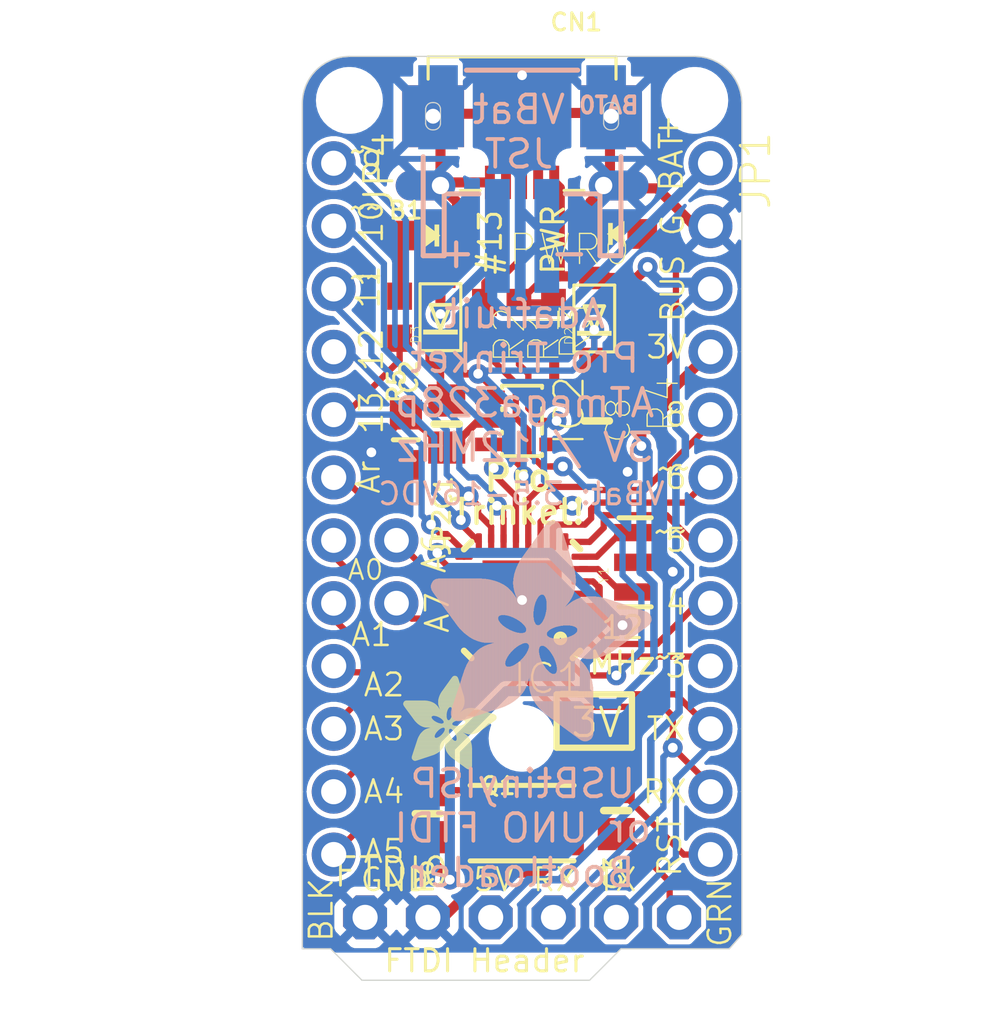
<source format=kicad_pcb>
(kicad_pcb (version 20221018) (generator pcbnew)
  (layers (0 "F.Cu" signal) (1 "In1.Cu" signal) (2 "In2.Cu" signal) (3 "In3.Cu" signal) (4 "In4.Cu" signal) (5 "In5.Cu" signal) (6 "In6.Cu" signal) (7 "In7.Cu" signal) (8 "In8.Cu" signal) (9 "In9.Cu" signal) (10 "In10.Cu" signal) (11 "In11.Cu" signal) (12 "In12.Cu" signal) (13 "In13.Cu" signal) (14 "In14.Cu" signal) (31 "B.Cu" signal) (34 "B.Paste" user) (35 "F.Paste" user) (36 "B.SilkS" user "B.Silkscreen") (37 "F.SilkS" user "F.Silkscreen") (38 "B.Mask" user) (39 "F.Mask" user) (44 "Edge.Cuts" user))
  (net 0 "")
  (net 1 "GND")
  (net 2 "+3V3")
  (net 3 "D+")
  (net 4 "D-")
  (net 5 "VBUS")
  (net 6 "N$6")
  (net 7 "VBAT")
  (net 8 "N$7")
  (net 9 "RESET")
  (net 10 "N$1")
  (net 11 "D10")
  (net 12 "D11")
  (net 13 "D12")
  (net 14 "D13")
  (net 15 "A0")
  (net 16 "A1")
  (net 17 "A2")
  (net 18 "A3")
  (net 19 "A4")
  (net 20 "A5")
  (net 21 "D3")
  (net 22 "D4")
  (net 23 "D7")
  (net 24 "D6")
  (net 25 "D5")
  (net 26 "TXD")
  (net 27 "RXD")
  (net 28 "A6")
  (net 29 "A7")
  (net 30 "D8")
  (net 31 "D9")
  (net 32 "AREF")
  (net 33 "N$2")
  (net 34 "N$3")
  (net 35 "DTR/RTS")
  (net 36 "D2")
  (footprint "working:SOT23-5L" (layer "F.Cu") (at 148.5011 101.0666 -90)
    (fp_text reference "IC2")
    (fp_text value "MIC5225-3.3v")
  )
  (footprint "working:SOD-123FL" (layer "F.Cu") (at 151.4221 96.9264 90)
    (fp_text reference "D2")
    (fp_text value "SCHOTTKY")
  )
  (footprint "working:1X02_ROUND" (layer "F.Cu") (at 143.4211 107.1626 -90)
    (fp_text reference "JP2")
    (fp_text value "")
  )
  (footprint "" (layer "F.Cu") (at 155.4861 88.1126)
    (fp_text reference "@HOLE1" hide)
    (fp_text value "")
  )
  (footprint "working:MLF32-TH" (layer "F.Cu") (at 148.5011 108.3056 180)
    (fp_text reference "IC1")
    (fp_text value "ATmega328P")
  )
  (footprint "working:FIDUCIAL_1MM" (layer "F.Cu") (at 152.9461 96.6216)
    (fp_text reference "U$1" hide)
    (fp_text value "FIDUCIAL" hide)
  )
  (footprint "working:_0805MP" (layer "F.Cu") (at 143.8021 101.8286 90)
    (fp_text reference "C2")
    (fp_text value "0.1uF")
  )
  (footprint "working:4UCONN_20329" (layer "F.Cu") (at 148.5011 90.6526 180)
    (fp_text reference "CN1")
    (fp_text value "")
    (fp_line (start -3.9 2.2) (end -3.9 1.6) (stroke (width 0.05)) (layer "Edge.Cuts"))
    (fp_line (start -3.3 1.6) (end -3.3 2.2) (stroke (width 0.05)) (layer "Edge.Cuts"))
    (fp_line (start 3.3 2.2) (end 3.3 1.6) (stroke (width 0.05)) (layer "Edge.Cuts"))
    (fp_line (start 3.9 1.6) (end 3.9 2.2) (stroke (width 0.05)) (layer "Edge.Cuts"))
    (fp_arc (start -3.9 1.6) (mid -3.801777 1.412868) (end -3.6 1.35) (stroke (width 0.05)) (layer "Edge.Cuts"))
    (fp_arc (start -3.6 1.35) (mid -3.398223 1.412868) (end -3.3 1.6) (stroke (width 0.05)) (layer "Edge.Cuts"))
    (fp_arc (start -3.6 2.45) (mid -3.801777 2.387132) (end -3.9 2.2) (stroke (width 0.05)) (layer "Edge.Cuts"))
    (fp_arc (start -3.3 2.2) (mid -3.398223 2.387132) (end -3.6 2.45) (stroke (width 0.05)) (layer "Edge.Cuts"))
    (fp_arc (start 3.3 1.6) (mid 3.398223 1.412868) (end 3.6 1.35) (stroke (width 0.05)) (layer "Edge.Cuts"))
    (fp_arc (start 3.6 1.35) (mid 3.801777 1.412868) (end 3.9 1.6) (stroke (width 0.05)) (layer "Edge.Cuts"))
    (fp_arc (start 3.6 2.45) (mid 3.398223 2.387132) (end 3.3 2.2) (stroke (width 0.05)) (layer "Edge.Cuts"))
    (fp_arc (start 3.9 2.2) (mid 3.801777 2.387132) (end 3.6 2.45) (stroke (width 0.05)) (layer "Edge.Cuts"))
  )
  (footprint "working:0603-NO" (layer "F.Cu") (at 149.7711 97.1296 -90)
    (fp_text reference "R3")
    (fp_text value "1.5K (0603)")
  )
  (footprint "working:0603-NO" (layer "F.Cu") (at 153.3271 100.0506 -90)
    (fp_text reference "R4")
    (fp_text value "470 (0603)")
  )
  (footprint "working:1X12-CB" (layer "F.Cu") (at 140.8811 104.6226 -90)
    (fp_text reference "JP4")
    (fp_text value "")
  )
  (footprint "working:RESONATOR-SMD" (layer "F.Cu") (at 153.0731 106.7816 90)
    (fp_text reference "Y1")
    (fp_text value "12MHz")
  )
  (footprint "working:FIDUCIAL_1MM" (layer "F.Cu") (at 148.5011 117.3226)
    (fp_text reference "U$6" hide)
    (fp_text value "FIDUCIAL" hide)
  )
  (footprint "working:ADAFRUIT_3.5MM" (layer "F.Cu") (at 143.6751 115.1636)
    (fp_text reference "U$7" hide)
    (fp_text value "" hide)
  )
  (footprint "working:0805-NO" (layer "F.Cu") (at 152.3111 116.8146 -90)
    (fp_text reference "C3")
    (fp_text value "0.1uF")
  )
  (footprint "working:CHIPLED_0805_NOOUTLINE" (layer "F.Cu") (at 152.3111 93.5101 90)
    (fp_text reference "PWR0")
    (fp_text value "green")
  )
  (footprint "" (layer "F.Cu") (at 148.5011 113.8936)
    (fp_text reference "@HOLE2" hide)
    (fp_text value "")
  )
  (footprint "working:BTN_KMR2_4.6X2.8" (layer "F.Cu") (at 148.5011 117.3226)
    (fp_text reference "Q1")
    (fp_text value "reset")
  )
  (footprint "working:0603-NO" (layer "F.Cu") (at 148.3741 97.1296 -90)
    (fp_text reference "R1")
    (fp_text value "68 (0603)")
  )
  (footprint "working:0805-NO" (layer "F.Cu") (at 145.4531 101.1936 -90)
    (fp_text reference "C1")
    (fp_text value "10uF")
  )
  (footprint "working:CHIPLED_0805_NOOUTLINE" (layer "F.Cu") (at 144.8181 93.5736 -90)
    (fp_text reference "B1")
    (fp_text value "red")
  )
  (footprint "working:SOD-123FL" (layer "F.Cu") (at 145.1991 96.8756 90)
    (fp_text reference "D3")
    (fp_text value "SCHOTTKY")
  )
  (footprint "" (layer "F.Cu") (at 141.5161 88.1126)
    (fp_text reference "@HOLE0" hide)
    (fp_text value "")
  )
  (footprint "working:0805-NO" (layer "F.Cu") (at 144.6911 116.9416 -90)
    (fp_text reference "R6")
    (fp_text value "10K (0603)")
  )
  (footprint "working:0603-NO" (layer "F.Cu") (at 143.5481 96.8756 -90)
    (fp_text reference "R5")
    (fp_text value "470 (0603)")
  )
  (footprint "working:1X12-CB" (layer "F.Cu") (at 156.1211 104.6226 -90)
    (fp_text reference "JP1")
    (fp_text value "")
  )
  (footprint "working:0805-NO" (layer "F.Cu") (at 151.5237 101.0666 -90)
    (fp_text reference "C8")
    (fp_text value "10uF")
  )
  (footprint "working:1X06-CLEANBIG" (layer "F.Cu") (at 148.5011 121.1326)
    (fp_text reference "FTDI0")
    (fp_text value "")
  )
  (footprint "working:0603-NO" (layer "F.Cu") (at 146.9771 97.1296 -90)
    (fp_text reference "R2")
    (fp_text value "68 (0603)")
  )
  (footprint "working:ADAFRUIT_9MM" (layer "B.Cu") (at 144.8181 114.0206 90)
    (fp_text reference "U$9" hide)
    (fp_text value "" hide)
  )
  (footprint "working:JSTPH2" (layer "B.Cu") (at 148.5011 89.8906 180)
    (fp_text reference "BAT0")
    (fp_text value "")
  )
  (gr_line (start 149.8981 114.2746) (end 152.9461 114.2746) (stroke (width 0.254)) (layer "F.SilkS"))
  (gr_line (start 152.9461 112.1156) (end 149.8981 112.1156) (stroke (width 0.254)) (layer "F.SilkS"))
  (gr_line (start 152.9461 114.2746) (end 152.9461 112.1156) (stroke (width 0.254)) (layer "F.SilkS"))
  (gr_line (start 149.8981 112.1156) (end 149.8981 114.2746) (stroke (width 0.254)) (layer "F.SilkS"))
  (gr_line (start 140.7541 122.4026) (end 142.0241 123.6726) (stroke (width 0.05)) (layer "Edge.Cuts"))
  (gr_line (start 156.8831 122.4026) (end 157.3911 121.8311) (stroke (width 0.05)) (layer "Edge.Cuts"))
  (gr_line (start 142.0241 123.6726) (end 151.2316 123.6726) (stroke (width 0.05)) (layer "Edge.Cuts"))
  (gr_line (start 139.6111 88.2396) (end 139.6111 122.4026) (stroke (width 0.05)) (layer "Edge.Cuts"))
  (gr_arc (start 155.4861 86.3346) (mid 156.833138 86.892562) (end 157.3911 88.2396) (stroke (width 0.05)) (layer "Edge.Cuts"))
  (gr_line (start 139.6111 122.4026) (end 140.7541 122.4026) (stroke (width 0.05)) (layer "Edge.Cuts"))
  (gr_line (start 152.5016 122.4026) (end 156.8831 122.4026) (stroke (width 0.05)) (layer "Edge.Cuts"))
  (gr_line (start 155.4861 86.3346) (end 141.5161 86.3346) (stroke (width 0.05)) (layer "Edge.Cuts"))
  (gr_line (start 151.2316 123.6726) (end 152.5016 122.4026) (stroke (width 0.05)) (layer "Edge.Cuts"))
  (gr_line (start 157.3911 121.8311) (end 157.3911 88.2396) (stroke (width 0.05)) (layer "Edge.Cuts"))
  (gr_arc (start 139.6111 88.2396) (mid 140.169062 86.892562) (end 141.5161 86.3346) (stroke (width 0.05)) (layer "Edge.Cuts"))
  (gr_text "USBtinyISP\nor UNO FTDI\nBootloader" (at 148.5265 117.5258) (layer "B.SilkS") (effects (font (size 1.1176 1.1176) (thickness 0.1524)) (justify mirror)))
  (gr_text "VBat: 3.5-16VDC" (at 148.4757 104.013) (layer "B.SilkS") (effects (font (size 0.89408 0.89408) (thickness 0.12192)) (justify mirror)))
  (gr_text "-" (at 151.2951 94.9706) (layer "B.SilkS") (effects (font (size 1.251712 1.251712) (thickness 0.170688)) (justify left bottom mirror)))
  (gr_text "VBat\nJST" (at 148.3741 89.3826) (layer "B.SilkS") (effects (font (size 1.1176 1.1176) (thickness 0.1524)) (justify mirror)))
  (gr_text "+" (at 146.7231 94.9706) (layer "B.SilkS") (effects (font (size 1.251712 1.251712) (thickness 0.170688)) (justify left bottom mirror)))
  (gr_text "Adafruit\nPro Trinket\nATmega328p\n3V / 12MHz" (at 148.6027 99.441) (layer "B.SilkS") (effects (font (size 1.1176 1.1176) (thickness 0.1524)) (justify mirror)))
  (gr_text "A5" (at 142.0241 118.4656) (layer "F.SilkS") (effects (font (size 0.9144 0.9144) (thickness 0.1016)) (justify left)))
  (gr_text "+" (at 155.0543 89.154) (layer "F.SilkS") (effects (font (size 0.9144 0.9144) (thickness 0.1016)) (justify right)))
  (gr_text "BAT" (at 154.5336 91.8591 90) (layer "F.SilkS") (effects (font (size 0.9144 0.9144) (thickness 0.1016)) (justify left)))
  (gr_text "TX" (at 155.1686 113.5126) (layer "F.SilkS") (effects (font (size 0.9144 0.9144) (thickness 0.1016)) (justify right)))
  (gr_text "BLK" (at 140.3731 119.4816 90) (layer "F.SilkS") (effects (font (size 0.9144 0.9144) (thickness 0.1016)) (justify right)))
  (gr_text "3V" (at 153.4541 98.0821) (layer "F.SilkS") (effects (font (size 0.9144 0.9144) (thickness 0.1016)) (justify left)))
  (gr_text "3V" (at 150.4061 113.2586) (layer "F.SilkS") (effects (font (size 1.143 1.143) (thickness 0.127)) (justify left)))
  (gr_text "A4" (at 142.0241 116.0526) (layer "F.SilkS") (effects (font (size 0.9144 0.9144) (thickness 0.1016)) (justify left)))
  (gr_text "4" (at 155.2321 108.4326) (layer "F.SilkS") (effects (font (size 0.9144 0.9144) (thickness 0.1016)) (justify right)))
  (gr_text "Trinket!" (at 148.3487 104.7496) (layer "F.SilkS") (effects (font (size 0.97155 0.97155) (thickness 0.17145))))
  (gr_text "~~" (at 142.9131 90.1446) (layer "F.SilkS") (effects (font (size 0.9144 0.9144) (thickness 0.1016)) (justify right)))
  (gr_text "RST" (at 154.4701 116.9416 90) (layer "F.SilkS") (effects (font (size 0.9144 0.9144) (thickness 0.1016)) (justify right)))
  (gr_text "11" (at 142.2781 94.7166 90) (layer "F.SilkS") (effects (font (size 0.9144 0.9144) (thickness 0.1016)) (justify right)))
  (gr_text "5" (at 155.2321 105.8926) (layer "F.SilkS") (effects (font (size 0.9144 0.9144) (thickness 0.1016)) (justify right)))
  (gr_text "3" (at 155.2321 110.9726) (layer "F.SilkS") (effects (font (size 0.9144 0.9144) (thickness 0.1016)) (justify right)))
  (gr_text "13" (at 142.4051 99.7966 90) (layer "F.SilkS") (effects (font (size 0.9144 0.9144) (thickness 0.1016)) (justify right)))
  (gr_text "Pro" (at 148.3487 103.3526) (layer "F.SilkS") (effects (font (size 1.0795 1.0795) (thickness 0.1905))))
  (gr_text "A7" (at 145.0721 109.7026 90) (layer "F.SilkS") (effects (font (size 0.9144 0.9144) (thickness 0.1016)) (justify left)))
  (gr_text "G" (at 154.5971 92.6211 90) (layer "F.SilkS") (effects (font (size 0.9144 0.9144) (thickness 0.1016)) (justify right)))
  (gr_text "GRN" (at 156.5021 119.4816 90) (layer "F.SilkS") (effects (font (size 0.9144 0.9144) (thickness 0.1016)) (justify right)))
  (gr_text "6" (at 155.2321 103.3526) (layer "F.SilkS") (effects (font (size 0.9144 0.9144) (thickness 0.1016)) (justify right)))
  (gr_text "A1" (at 141.5161 109.7026) (layer "F.SilkS") (effects (font (size 0.9144 0.9144) (thickness 0.1016)) (justify left)))
  (gr_text "GND" (at 144.8181 119.6086) (layer "F.SilkS") (effects (font (size 0.9144 0.9144) (thickness 0.1016)) (justify right)))
  (gr_text "~~" (at 142.9131 92.4306) (layer "F.SilkS") (effects (font (size 0.9144 0.9144) (thickness 0.1016)) (justify right)))
  (gr_text "PWR" (at 150.2791 95.2246 90) (layer "F.SilkS") (effects (font (size 0.89408 0.89408) (thickness 0.12192)) (justify left bottom)))
  (gr_text "A2" (at 142.0241 111.7346) (layer "F.SilkS") (effects (font (size 0.9144 0.9144) (thickness 0.1016)) (justify left)))
  (gr_text "8" (at 155.2321 100.8126) (layer "F.SilkS") (effects (font (size 0.9144 0.9144) (thickness 0.1016)) (justify right)))
  (gr_text "12" (at 142.4051 97.2566 90) (layer "F.SilkS") (effects (font (size 0.9144 0.9144) (thickness 0.1016)) (justify right)))
  (gr_text "~~" (at 155.2321 110.5916) (layer "F.SilkS") (effects (font (size 0.9144 0.9144) (thickness 0.1016)) (justify right)))
  (gr_text "RX" (at 150.7871 119.6086) (layer "F.SilkS") (effects (font (size 0.9144 0.9144) (thickness 0.1016)) (justify right)))
  (gr_text "~~" (at 155.2321 105.5116) (layer "F.SilkS") (effects (font (size 0.9144 0.9144) (thickness 0.1016)) (justify right)))
  (gr_text "~~" (at 155.3591 102.9716) (layer "F.SilkS") (effects (font (size 0.9144 0.9144) (thickness 0.1016)) (justify right)))
  (gr_text "A3" (at 142.0241 113.5126) (layer "F.SilkS") (effects (font (size 0.9144 0.9144) (thickness 0.1016)) (justify left)))
  (gr_text "12\nMHz" (at 152.5651 110.1344) (layer "F.SilkS") (effects (font (size 0.89408 0.89408) (thickness 0.12192))))
  (gr_text "RX" (at 155.2321 116.0526) (layer "F.SilkS") (effects (font (size 0.9144 0.9144) (thickness 0.1016)) (justify right)))
  (gr_text "~~" (at 142.9131 95.2246) (layer "F.SilkS") (effects (font (size 0.9144 0.9144) (thickness 0.1016)) (justify right)))
  (gr_text "A6" (at 144.9451 107.2896 90) (layer "F.SilkS") (effects (font (size 0.9144 0.9144) (thickness 0.1016)) (justify left)))
  (gr_text "10" (at 142.4051 93.9546 90) (layer "F.SilkS") (effects (font (size 0.9144 0.9144) (thickness 0.1016)) (justify left)))
  (gr_text "9" (at 142.9131 90.6526) (layer "F.SilkS") (effects (font (size 0.9144 0.9144) (thickness 0.1016)) (justify right)))
  (gr_text "A0" (at 141.3891 107.0864) (layer "F.SilkS") (effects (font (size 0.8001 0.8001) (thickness 0.0889)) (justify left)))
  (gr_text "BUS" (at 154.5971 94.2721 90) (layer "F.SilkS") (effects (font (size 0.9144 0.9144) (thickness 0.1016)) (justify right)))
  (gr_text "#13" (at 147.7391 95.2246 90) (layer "F.SilkS") (effects (font (size 0.89408 0.89408) (thickness 0.12192)) (justify left bottom)))
  (gr_text "5V" (at 148.2471 119.6086) (layer "F.SilkS") (effects (font (size 0.9144 0.9144) (thickness 0.1016)) (justify right)))
  (gr_text "FTDI Header" (at 146.9771 122.8852) (layer "F.SilkS") (effects (font (size 0.89408 0.89408) (thickness 0.12192))))
  (gr_text "TX" (at 153.2001 119.6086) (layer "F.SilkS") (effects (font (size 0.9144 0.9144) (thickness 0.1016)) (justify right)))
  (gr_text "Ar" (at 142.2781 102.5906 90) (layer "F.SilkS") (effects (font (size 0.9144 0.9144) (thickness 0.1016)) (justify right)))
  (segment (start 145.2011 89.0036) (end 145.0721 88.8746) (width 0.4064) (layer "F.Cu") (net 1))
  (segment (start 153.0731 106.7816) (end 154.2161 106.7816) (width 0.4064) (layer "F.Cu") (net 1))
  (segment (start 151.2611 92.2196) (end 151.8011 91.6796) (width 0.4064) (layer "F.Cu") (net 1))
  (segment (start 145.0721 88.8746) (end 145.2941 88.6526) (width 0.4064) (layer "F.Cu") (net 1))
  (segment (start 151.5237 102.0166) (end 152.6311 103.124) (width 0.4064) (layer "F.Cu") (net 1))
  (segment (start 148.484013 88.6526) (end 147.7511 88.6526) (width 0.4064) (layer "F.Cu") (net 1))
  (segment (start 145.8681 93.5736) (end 145.8681 92.2196) (width 0.4064) (layer "F.Cu") (net 1))
  (segment (start 148.5011 88.669688) (end 148.5011 87.0966) (width 0.4064) (layer "F.Cu") (net 1))
  (segment (start 149.2511 109.0556) (end 148.5011 108.3056) (width 0.3048) (layer "F.Cu") (net 1))
  (segment (start 156.1211 93.1926) (end 155.4861 93.1926) (width 0.4064) (layer "F.Cu") (net 1))
  (segment (start 148.7511 108.0556) (end 148.5011 108.3056) (width 0.3048) (layer "F.Cu") (net 1))
  (segment (start 146.4511 120.0076) (end 146.4511 119.3726) (width 0.4064) (layer "F.Cu") (net 1))
  (segment (start 151.8011 91.6796) (end 151.8011 91.5526) (width 0.4064) (layer "F.Cu") (net 1))
  (segment (start 151.2611 93.5101) (end 151.2611 92.2196) (width 0.4064) (layer "F.Cu") (net 1))
  (segment (start 148.942353 88.6526) (end 148.974353 88.6206) (width 0.4064) (layer "F.Cu") (net 1))
  (segment (start 145.2941 88.6526) (end 147.7511 88.6526) (width 0.4064) (layer "F.Cu") (net 1))
  (segment (start 148.484013 88.6526) (end 148.5011 88.669688) (width 0.4064) (layer "F.Cu") (net 1))
  (segment (start 150.8511 109.0556) (end 149.2511 109.0556) (width 0.254) (layer "F.Cu") (net 1))
  (segment (start 152.0571 91.2966) (end 152.0571 88.6206) (width 0.4064) (layer "F.Cu") (net 1))
  (segment (start 148.974353 88.6206) (end 152.0571 88.6206) (width 0.4064) (layer "F.Cu") (net 1))
  (segment (start 145.9611 101.8286) (end 145.7681 101.8286) (width 0.3048) (layer "F.Cu") (net 1))
  (segment (start 143.8021 100.8126) (end 142.4051 102.3366) (width 0.3048) (layer "F.Cu") (net 1))
  (segment (start 145.7681 101.8286) (end 145.4531 102.1436) (width 0.3048) (layer "F.Cu") (net 1))
  (segment (start 148.2511 108.5556) (end 148.5011 108.3056) (width 0.3048) (layer "F.Cu") (net 1))
  (segment (start 150.8511 108.0556) (end 148.7511 108.0556) (width 0.254) (layer "F.Cu") (net 1))
  (segment (start 146.7231 101.0666) (end 145.9611 101.8286) (width 0.3048) (layer "F.Cu") (net 1))
  (segment (start 145.3261 91.4276) (end 145.2011 91.5526) (width 0.4064) (layer "F.Cu") (net 1))
  (segment (start 149.3011 119.3726) (end 146.4511 119.3726) (width 0.3048) (layer "F.Cu") (net 1))
  (segment (start 151.8011 91.5526) (end 152.0571 91.2966) (width 0.4064) (layer "F.Cu") (net 1))
  (segment (start 145.3921 102.0826) (end 145.4531 102.1436) (width 0.3048) (layer "F.Cu") (net 1))
  (segment (start 145.0721 88.8746) (end 144.9451 88.7476) (width 0.4064) (layer "F.Cu") (net 1))
  (segment (start 152.6311 103.124) (end 152.7683 103.124) (width 0.4064) (layer "F.Cu") (net 1))
  (segment (start 153.9621 91.6686) (end 151.9171 91.6686) (width 0.4064) (layer "F.Cu") (net 1))
  (segment (start 151.9171 91.6686) (end 151.8011 91.5526) (width 0.4064) (layer "F.Cu") (net 1))
  (segment (start 145.8681 92.2196) (end 145.2011 91.5526) (width 0.4064) (layer "F.Cu") (net 1))
  (segment (start 155.4861 93.1926) (end 153.9621 91.6686) (width 0.4064) (layer "F.Cu") (net 1))
  (segment (start 143.8021 100.8126) (end 145.3921 102.0826) (width 0.3048) (layer "F.Cu") (net 1))
  (segment (start 148.942353 88.6526) (end 148.484013 88.6526) (width 0.4064) (layer "F.Cu") (net 1))
  (segment (start 147.2011 91.4276) (end 145.3261 91.4276) (width 0.4064) (layer "F.Cu") (net 1))
  (segment (start 144.6911 121.1326) (end 145.3261 121.1326) (width 0.4064) (layer "F.Cu") (net 1))
  (segment (start 145.2011 91.5526) (end 145.2011 89.0036) (width 0.4064) (layer "F.Cu") (net 1))
  (segment (start 150.5511 118.1226) (end 149.3011 119.3726) (width 0.3048) (layer "F.Cu") (net 1))
  (segment (start 147.2011 101.0666) (end 146.7231 101.0666) (width 0.3048) (layer "F.Cu") (net 1))
  (segment (start 146.4511 118.1226) (end 146.4511 119.3726) (width 0.4064) (layer "F.Cu") (net 1))
  (segment (start 154.2161 106.7816) (end 154.5971 107.1626) (width 0.4064) (layer "F.Cu") (net 1))
  (segment (start 146.1511 108.5556) (end 148.2511 108.5556) (width 0.254) (layer "F.Cu") (net 1))
  (segment (start 145.3261 121.1326) (end 146.4511 120.0076) (width 0.4064) (layer "F.Cu") (net 1))
  (segment (start 149.2511 88.6526) (end 148.942353 88.6526) (width 0.4064) (layer "F.Cu") (net 1))
  (via (at 148.5011 108.3056) (size 0.8001) (drill 0.3937) (layers "F.Cu" "B.Cu") (net 1))
  (via (at 148.5011 87.0966) (size 0.8001) (drill 0.3937) (layers "F.Cu" "B.Cu") (net 1))
  (via (at 142.4051 102.3366) (size 0.8001) (drill 0.3937) (layers "F.Cu" "B.Cu") (net 1))
  (via (at 152.7683 103.124) (size 0.8001) (drill 0.3937) (layers "F.Cu" "B.Cu") (net 1))
  (via (at 154.5971 107.1626) (size 0.8001) (drill 0.3937) (layers "F.Cu" "B.Cu") (net 1))
  (segment (start 144.6911 118.7196) (end 145.5801 119.6086) (width 0.4064) (layer "F.Cu") (net 2))
  (segment (start 145.0721 106.5276) (end 145.0721 106.4006) (width 0.3048) (layer "F.Cu") (net 2))
  (segment (start 151.5237 100.1166) (end 151.7421 100.1166) (width 0.4064) (layer "F.Cu") (net 2))
  (segment (start 149.8981 100.0196) (end 149.8011 100.1166) (width 0.4064) (layer "F.Cu") (net 2))
  (segment (start 152.8191 101.1936) (end 153.2391 101.1936) (width 0.4064) (layer "F.Cu") (net 2))
  (segment (start 154.4701 100.3046) (end 153.8741 100.9006) (width 0.4064) (layer "F.Cu") (net 2))
  (segment (start 144.6911 117.8916) (end 144.6911 118.7196) (width 0.4064) (layer "F.Cu") (net 2))
  (segment (start 153.8741 100.9006) (end 153.3271 100.9006) (width 0.4064) (layer "F.Cu") (net 2))
  (segment (start 153.3271 100.9006) (end 153.2391 100.9886) (width 0.4064) (layer "F.Cu") (net 2))
  (segment (start 146.1511 107.0556) (end 145.6001 107.0556) (width 0.254) (layer "F.Cu") (net 2))
  (segment (start 145.6001 107.0556) (end 145.0721 106.5276) (width 0.254) (layer "F.Cu") (net 2))
  (segment (start 149.8011 100.1166) (end 151.5237 100.1166) (width 0.4064) (layer "F.Cu") (net 2))
  (segment (start 149.8011 98.0096) (end 149.8011 100.1166) (width 0.4064) (layer "F.Cu") (net 2))
  (segment (start 151.3706 107.5556) (end 151.6126 107.7976) (width 0.254) (layer "F.Cu") (net 2))
  (segment (start 152.1841 109.3216) (end 152.5651 109.3216) (width 0.3048) (layer "F.Cu") (net 2))
  (segment (start 151.4181 108.5556) (end 151.4221 108.5596) (width 0.254) (layer "F.Cu") (net 2))
  (segment (start 150.8511 108.5556) (end 151.4181 108.5556) (width 0.254) (layer "F.Cu") (net 2))
  (segment (start 151.4221 108.5596) (end 152.1841 109.3216) (width 0.3048) (layer "F.Cu") (net 2))
  (segment (start 151.6126 108.3691) (end 151.4221 108.5596) (width 0.3048) (layer "F.Cu") (net 2))
  (segment (start 150.8511 107.5556) (end 151.3706 107.5556) (width 0.254) (layer "F.Cu") (net 2))
  (segment (start 156.1211 98.2726) (end 154.4701 99.9236) (width 0.4064) (layer "F.Cu") (net 2))
  (segment (start 151.6126 107.7976) (end 151.6126 108.3691) (width 0.3048) (layer "F.Cu") (net 2))
  (segment (start 149.7711 97.9796) (end 149.8011 98.0096) (width 0.4064) (layer "F.Cu") (net 2))
  (segment (start 151.7421 100.1166) (end 152.8191 101.1936) (width 0.4064) (layer "F.Cu") (net 2))
  (segment (start 153.3271 100.9006) (end 153.3271 102.0826) (width 0.4064) (layer "F.Cu") (net 2))
  (segment (start 154.4701 99.9236) (end 154.4701 100.3046) (width 0.4064) (layer "F.Cu") (net 2))
  (segment (start 153.2391 100.9886) (end 153.2391 101.1936) (width 0.4064) (layer "F.Cu") (net 2))
  (via (at 153.3271 102.0826) (size 0.8001) (drill 0.3937) (layers "F.Cu" "B.Cu") (net 2))
  (via (at 145.0721 106.4006) (size 0.8001) (drill 0.3937) (layers "F.Cu" "B.Cu") (net 2))
  (via (at 145.5801 119.6086) (size 0.8001) (drill 0.3937) (layers "F.Cu" "B.Cu") (net 2))
  (via (at 152.5651 109.3216) (size 0.8001) (drill 0.3937) (layers "F.Cu" "B.Cu") (net 2))
  (segment (start 151.5491 112.4966) (end 152.3111 112.4966) (width 0.4064) (layer "B.Cu") (net 2))
  (segment (start 147.8661 111.9886) (end 151.0411 111.9886) (width 0.4064) (layer "B.Cu") (net 2))
  (segment (start 151.0411 110.8456) (end 151.0411 111.9886) (width 0.4064) (layer "B.Cu") (net 2))
  (segment (start 153.8351 107.6706) (end 153.8351 110.9726) (width 0.3048) (layer "B.Cu") (net 2))
  (segment (start 153.5811 103.6066) (end 153.5811 102.3366) (width 0.4064) (layer "B.Cu") (net 2))
  (segment (start 152.5651 109.3216) (end 151.0411 110.8456) (width 0.4064) (layer "B.Cu") (net 2))
  (segment (start 151.0411 111.9886) (end 151.5491 112.4966) (width 0.4064) (layer "B.Cu") (net 2))
  (segment (start 145.0721 106.4006) (end 149.6441 106.4006) (width 0.4064) (layer "B.Cu") (net 2))
  (segment (start 149.6441 106.4006) (end 152.5651 109.3216) (width 0.4064) (layer "B.Cu") (net 2))
  (segment (start 153.8351 107.6706) (end 153.3271 107.1626) (width 0.3048) (layer "B.Cu") (net 2))
  (segment (start 145.5801 114.2746) (end 145.5801 119.6086) (width 0.4064) (layer "B.Cu") (net 2))
  (segment (start 153.3271 107.1626) (end 153.3271 103.8606) (width 0.4064) (layer "B.Cu") (net 2))
  (segment (start 147.8661 111.9886) (end 145.5801 114.2746) (width 0.4064) (layer "B.Cu") (net 2))
  (segment (start 153.5811 102.3366) (end 153.3271 102.0826) (width 0.4064) (layer "B.Cu") (net 2))
  (segment (start 153.8351 110.9726) (end 152.3111 112.4966) (width 0.3048) (layer "B.Cu") (net 2))
  (segment (start 153.3271 103.8606) (end 153.5811 103.6066) (width 0.4064) (layer "B.Cu") (net 2))
  (segment (start 148.5011 94.4626) (end 148.5011 91.4276) (width 0.254) (layer "F.Cu") (net 3))
  (segment (start 147.7391 95.2246) (end 147.2311 95.2246) (width 0.254) (layer "F.Cu") (net 3))
  (segment (start 146.9771 95.4786) (end 146.9771 96.2796) (width 0.254) (layer "F.Cu") (net 3))
  (segment (start 147.7391 95.2246) (end 148.5011 94.4626) (width 0.254) (layer "F.Cu") (net 3))
  (segment (start 147.2311 95.2246) (end 146.9771 95.4786) (width 0.254) (layer "F.Cu") (net 3))
  (segment (start 149.1361 95.5176) (end 149.1361 93.1926) (width 0.254) (layer "F.Cu") (net 4))
  (segment (start 149.1511 92.8266) (end 149.1511 91.4276) (width 0.254) (layer "F.Cu") (net 4))
  (segment (start 149.1361 93.1926) (end 149.1511 92.8266) (width 0.254) (layer "F.Cu") (net 4))
  (segment (start 148.3741 96.2796) (end 149.7711 96.2796) (width 0.254) (layer "F.Cu") (net 4))
  (segment (start 148.3741 96.2796) (end 149.1361 95.5176) (width 0.254) (layer "F.Cu") (net 4))
  (segment (start 150.0251 91.6516) (end 149.8011 91.4276) (width 0.4064) (layer "F.Cu") (net 5))
  (segment (start 150.0251 95.2246) (end 150.0251 91.6516) (width 0.4064) (layer "F.Cu") (net 5))
  (segment (start 151.3578 95.2246) (end 151.4221 95.2889) (width 0.4064) (layer "F.Cu") (net 5))
  (segment (start 150.0251 95.2246) (end 151.3578 95.2246) (width 0.4064) (layer "F.Cu") (net 5))
  (segment (start 151.4221 95.2889) (end 153.1374 95.2889) (width 0.4064) (layer "F.Cu") (net 5))
  (segment (start 153.1374 95.2889) (end 153.5811 94.8436) (width 0.4064) (layer "F.Cu") (net 5))
  (via (at 153.5811 94.8436) (size 0.8001) (drill 0.3937) (layers "F.Cu" "B.Cu") (net 5))
  (segment (start 147.2311 121.1326) (end 148.7551 119.6086) (width 0.3048) (layer "B.Cu") (net 5))
  (segment (start 155.1051 101.7016) (end 154.7241 101.3206) (width 0.3048) (layer "B.Cu") (net 5))
  (segment (start 154.7241 96.7486) (end 155.5496 95.9231) (width 0.3048) (layer "B.Cu") (net 5))
  (segment (start 153.7081 113.9571) (end 154.8511 112.8141) (width 0.3048) (layer "B.Cu") (net 5))
  (segment (start 154.7241 101.3206) (end 154.7241 96.7486) (width 0.3048) (layer "B.Cu") (net 5))
  (segment (start 150.0251 119.6086) (end 153.7081 115.9256) (width 0.3048) (layer "B.Cu") (net 5))
  (segment (start 154.8511 107.9881) (end 155.3591 107.4801) (width 0.2032) (layer "B.Cu") (net 5))
  (segment (start 154.7241 102.8446) (end 155.1051 102.4636) (width 0.3048) (layer "B.Cu") (net 5))
  (segment (start 154.8511 112.8141) (end 154.8511 107.9881) (width 0.3048) (layer "B.Cu") (net 5))
  (segment (start 153.7081 115.9256) (end 153.7081 113.9571) (width 0.3048) (layer "B.Cu") (net 5))
  (segment (start 155.3591 106.9086) (end 154.7241 106.2736) (width 0.2032) (layer "B.Cu") (net 5))
  (segment (start 155.8671 95.4786) (end 156.1211 95.7326) (width 0.4064) (layer "B.Cu") (net 5))
  (segment (start 153.5811 94.9706) (end 154.0891 95.4786) (width 0.4064) (layer "B.Cu") (net 5))
  (segment (start 148.7551 119.6086) (end 150.0251 119.6086) (width 0.3048) (layer "B.Cu") (net 5))
  (segment (start 154.0891 95.4786) (end 155.8671 95.4786) (width 0.4064) (layer "B.Cu") (net 5))
  (segment (start 153.5811 94.8436) (end 153.5811 94.9706) (width 0.4064) (layer "B.Cu") (net 5))
  (segment (start 155.5496 95.9231) (end 155.9306 95.9231) (width 0.3048) (layer "B.Cu") (net 5))
  (segment (start 155.9306 95.9231) (end 156.1211 95.7326) (width 0.3048) (layer "B.Cu") (net 5))
  (segment (start 155.1051 102.4636) (end 155.1051 101.7016) (width 0.3048) (layer "B.Cu") (net 5))
  (segment (start 155.3591 107.4801) (end 155.3591 106.9086) (width 0.2032) (layer "B.Cu") (net 5))
  (segment (start 154.7241 106.2736) (end 154.7241 102.8446) (width 0.3048) (layer "B.Cu") (net 5))
  (segment (start 154.7241 98.2726) (end 153.7961 99.2006) (width 0.254) (layer "F.Cu") (net 6))
  (segment (start 153.7961 99.2006) (end 153.3271 99.2006) (width 0.254) (layer "F.Cu") (net 6))
  (segment (start 153.3611 93.5101) (end 154.7241 94.8731) (width 0.254) (layer "F.Cu") (net 6))
  (segment (start 154.7241 94.8731) (end 154.7241 98.2726) (width 0.254) (layer "F.Cu") (net 6))
  (segment (start 145.1991 95.2381) (end 145.1991 96.7486) (width 0.4064) (layer "F.Cu") (net 7))
  (via (at 145.1991 96.7486) (size 0.8001) (drill 0.3937) (layers "F.Cu" "B.Cu") (net 7))
  (segment (start 145.1991 96.7486) (end 147.2946 94.6531) (width 0.4064) (layer "B.Cu") (net 7))
  (segment (start 156.1211 90.6526) (end 150.1521 96.6216) (width 0.4064) (layer "B.Cu") (net 7))
  (segment (start 147.2946 94.6531) (end 147.5011 94.4466) (width 0.4064) (layer "B.Cu") (net 7))
  (segment (start 147.7391 96.6216) (end 147.2946 96.1771) (width 0.4064) (layer "B.Cu") (net 7))
  (segment (start 147.5011 94.4466) (end 147.5011 93.5906) (width 0.4064) (layer "B.Cu") (net 7))
  (segment (start 147.2946 96.1771) (end 147.2946 94.6531) (width 0.4064) (layer "B.Cu") (net 7))
  (segment (start 150.1521 96.6216) (end 147.7391 96.6216) (width 0.4064) (layer "B.Cu") (net 7))
  (segment (start 145.3261 98.7671) (end 145.7206 99.1616) (width 0.3048) (layer "F.Cu") (net 8))
  (segment (start 147.2011 100.1166) (end 147.2011 99.6396) (width 0.254) (layer "F.Cu") (net 8))
  (segment (start 148.5646 103.0351) (end 147.6121 102.0826) (width 0.254) (layer "F.Cu") (net 8))
  (segment (start 151.4221 98.7806) (end 151.4221 97.3836) (width 0.254) (layer "F.Cu") (net 8))
  (segment (start 145.7206 99.1616) (end 146.7231 99.1616) (width 0.3048) (layer "F.Cu") (net 8))
  (segment (start 145.3261 98.7671) (end 145.1991 98.6401) (width 0.254) (layer "F.Cu") (net 8))
  (segment (start 147.6121 102.0826) (end 147.2671 102.0826) (width 0.254) (layer "F.Cu") (net 8))
  (segment (start 151.4221 98.5639) (end 151.5491 98.6909) (width 0.254) (layer "F.Cu") (net 8))
  (segment (start 145.1991 98.6401) (end 145.1991 98.5131) (width 0.254) (layer "F.Cu") (net 8))
  (segment (start 145.1991 99.9896) (end 145.1991 98.5131) (width 0.3048) (layer "F.Cu") (net 8))
  (segment (start 148.5646 103.2891) (end 148.5646 103.0351) (width 0.254) (layer "F.Cu") (net 8))
  (segment (start 147.2671 102.0826) (end 147.2011 102.0166) (width 0.254) (layer "F.Cu") (net 8))
  (segment (start 147.2011 99.6396) (end 146.7231 99.1616) (width 0.254) (layer "F.Cu") (net 8))
  (segment (start 145.4531 100.2436) (end 145.1991 99.9896) (width 0.3048) (layer "F.Cu") (net 8))
  (segment (start 151.5491 98.6909) (end 151.4221 98.7806) (width 0.254) (layer "F.Cu") (net 8))
  (via (at 146.7231 99.1616) (size 0.8001) (drill 0.3937) (layers "F.Cu" "B.Cu") (net 8))
  (via (at 148.5646 103.2891) (size 0.8001) (drill 0.3937) (layers "F.Cu" "B.Cu") (net 8))
  (via (at 151.4221 97.3836) (size 0.8001) (drill 0.3937) (layers "F.Cu" "B.Cu") (net 8))
  (segment (start 148.5646 100.8761) (end 148.5646 103.2891) (width 0.254) (layer "B.Cu") (net 8))
  (segment (start 146.7231 99.0346) (end 146.7231 99.1616) (width 0.254) (layer "B.Cu") (net 8))
  (segment (start 150.5331 99.0346) (end 146.7231 99.0346) (width 0.254) (layer "B.Cu") (net 8))
  (segment (start 146.7231 99.0346) (end 148.5646 100.8761) (width 0.254) (layer "B.Cu") (net 8))
  (segment (start 151.4221 98.1456) (end 150.5331 99.0346) (width 0.254) (layer "B.Cu") (net 8))
  (segment (start 151.4221 98.1456) (end 151.4221 97.3836) (width 0.254) (layer "B.Cu") (net 8))
  (segment (start 147.3021 115.9256) (end 146.7051 116.5226) (width 0.3048) (layer "F.Cu") (net 9))
  (segment (start 146.4511 116.5226) (end 145.9201 115.9916) (width 0.254) (layer "F.Cu") (net 9))
  (segment (start 146.7051 116.5226) (end 146.4511 116.5226) (width 0.3048) (layer "F.Cu") (net 9))
  (segment (start 150.5511 116.5226) (end 149.9541 115.9256) (width 0.3048) (layer "F.Cu") (net 9))
  (segment (start 152.3111 115.8646) (end 155.0391 118.5926) (width 0.254) (layer "F.Cu") (net 9))
  (segment (start 150.5511 116.5226) (end 151.2091 115.8646) (width 0.254) (layer "F.Cu") (net 9))
  (segment (start 145.9201 115.9916) (end 144.6911 115.9916) (width 0.254) (layer "F.Cu") (net 9))
  (segment (start 148.7511 110.6556) (end 148.7511 111.6036) (width 0.254) (layer "F.Cu") (net 9))
  (segment (start 150.5511 113.4036) (end 150.5511 116.5226) (width 0.254) (layer "F.Cu") (net 9))
  (segment (start 151.2091 115.8646) (end 152.3111 115.8646) (width 0.254) (layer "F.Cu") (net 9))
  (segment (start 148.7511 111.6036) (end 150.5511 113.4036) (width 0.254) (layer "F.Cu") (net 9))
  (segment (start 147.3021 115.9256) (end 149.9541 115.9256) (width 0.3048) (layer "F.Cu") (net 9))
  (segment (start 155.0391 118.5926) (end 156.1211 118.5926) (width 0.254) (layer "F.Cu") (net 9))
  (segment (start 143.5481 96.0256) (end 143.5481 93.7936) (width 0.254) (layer "F.Cu") (net 10))
  (segment (start 143.5481 93.7936) (end 143.7681 93.5736) (width 0.254) (layer "F.Cu") (net 10))
  (segment (start 147.7391 105.0036) (end 147.7391 104.7496) (width 0.254) (layer "F.Cu") (net 11))
  (segment (start 147.7511 105.0156) (end 147.7391 105.0036) (width 0.254) (layer "F.Cu") (net 11))
  (segment (start 147.7391 104.7496) (end 147.4851 104.4956) (width 0.254) (layer "F.Cu") (net 11))
  (segment (start 147.7511 105.9556) (end 147.7511 105.0156) (width 0.254) (layer "F.Cu") (net 11))
  (via (at 147.4851 104.4956) (size 0.8001) (drill 0.3937) (layers "F.Cu" "B.Cu") (net 11))
  (segment (start 145.9611 102.9716) (end 146.3421 103.3526) (width 0.254) (layer "B.Cu") (net 11))
  (segment (start 145.9611 101.1936) (end 145.9611 102.9716) (width 0.254) (layer "B.Cu") (net 11))
  (segment (start 142.9131 98.1456) (end 145.9611 101.1936) (width 0.254) (layer "B.Cu") (net 11))
  (segment (start 142.9131 98.1456) (end 142.9131 94.7166) (width 0.254) (layer "B.Cu") (net 11))
  (segment (start 146.3421 103.3526) (end 146.6596 103.3526) (width 0.254) (layer "B.Cu") (net 11))
  (segment (start 141.3891 93.1926) (end 140.8811 93.1926) (width 0.254) (layer "B.Cu") (net 11))
  (segment (start 146.6596 103.3526) (end 147.4851 104.1781) (width 0.254) (layer "B.Cu") (net 11))
  (segment (start 147.4851 104.1781) (end 147.4851 104.4956) (width 0.254) (layer "B.Cu") (net 11))
  (segment (start 142.9131 94.7166) (end 141.3891 93.1926) (width 0.254) (layer "B.Cu") (net 11))
  (segment (start 147.2511 105.9556) (end 147.2511 105.3411) (width 0.254) (layer "F.Cu") (net 12))
  (segment (start 146.7231 104.4956) (end 146.3421 104.1146) (width 0.254) (layer "F.Cu") (net 12))
  (segment (start 146.5961 104.3686) (end 146.3421 104.1146) (width 0.254) (layer "F.Cu") (net 12))
  (segment (start 146.7231 104.8131) (end 146.7231 104.4956) (width 0.254) (layer "F.Cu") (net 12))
  (segment (start 147.2511 105.3411) (end 146.7231 104.8131) (width 0.254) (layer "F.Cu") (net 12))
  (via (at 146.3421 104.1146) (size 0.8001) (drill 0.3937) (layers "F.Cu" "B.Cu") (net 12))
  (segment (start 145.4531 103.2256) (end 145.4531 101.4476) (width 0.254) (layer "B.Cu") (net 12))
  (segment (start 142.4051 98.3996) (end 142.4051 97.8916) (width 0.254) (layer "B.Cu") (net 12))
  (segment (start 140.8811 96.3676) (end 140.8811 95.7326) (width 0.254) (layer "B.Cu") (net 12))
  (segment (start 145.4531 103.2256) (end 146.3421 104.1146) (width 0.254) (layer "B.Cu") (net 12))
  (segment (start 142.4051 97.8916) (end 140.8811 96.3676) (width 0.254) (layer "B.Cu") (net 12))
  (segment (start 145.4531 101.4476) (end 142.4051 98.3996) (width 0.254) (layer "B.Cu") (net 12))
  (segment (start 146.0246 105.2291) (end 146.0246 105.0671) (width 0.254) (layer "F.Cu") (net 13))
  (segment (start 146.7511 105.9556) (end 146.0246 105.2291) (width 0.254) (layer "F.Cu") (net 13))
  (via (at 146.0246 105.0671) (size 0.8001) (drill 0.3937) (layers "F.Cu" "B.Cu") (net 13))
  (segment (start 144.9451 103.9876) (end 144.9451 101.7016) (width 0.254) (layer "B.Cu") (net 13))
  (segment (start 144.9451 101.7016) (end 141.5161 98.2726) (width 0.254) (layer "B.Cu") (net 13))
  (segment (start 146.0246 105.0671) (end 144.9451 103.9876) (width 0.254) (layer "B.Cu") (net 13))
  (segment (start 141.5161 98.2726) (end 140.8811 98.2726) (width 0.254) (layer "B.Cu") (net 13))
  (segment (start 143.5481 98.6146) (end 141.3501 100.8126) (width 0.254) (layer "F.Cu") (net 14))
  (segment (start 146.1511 106.3366) (end 145.4531 105.6386) (width 0.254) (layer "F.Cu") (net 14))
  (segment (start 145.1991 105.6386) (end 144.8181 105.2576) (width 0.254) (layer "F.Cu") (net 14))
  (segment (start 143.5481 98.6146) (end 143.5481 97.7256) (width 0.254) (layer "F.Cu") (net 14))
  (segment (start 146.1511 106.5556) (end 146.1511 106.3366) (width 0.254) (layer "F.Cu") (net 14))
  (segment (start 141.3501 100.8126) (end 140.8811 100.8126) (width 0.254) (layer "F.Cu") (net 14))
  (segment (start 145.4531 105.6386) (end 145.1991 105.6386) (width 0.254) (layer "F.Cu") (net 14))
  (via (at 144.8181 105.2576) (size 0.8001) (drill 0.3937) (layers "F.Cu" "B.Cu") (net 14))
  (segment (start 144.8181 105.2576) (end 144.4371 104.8766) (width 0.254) (layer "B.Cu") (net 14))
  (segment (start 143.2061 100.8126) (end 140.8811 100.8126) (width 0.254) (layer "B.Cu") (net 14))
  (segment (start 144.4371 102.0436) (end 143.2061 100.8126) (width 0.254) (layer "B.Cu") (net 14))
  (segment (start 144.4371 104.8766) (end 144.4371 102.0436) (width 0.254) (layer "B.Cu") (net 14))
  (segment (start 140.8811 106.5276) (end 140.8811 105.8926) (width 0.254) (layer "F.Cu") (net 15))
  (segment (start 142.1511 109.4486) (end 142.7861 110.0836) (width 0.254) (layer "F.Cu") (net 15))
  (segment (start 142.1511 107.7976) (end 140.8811 106.5276) (width 0.254) (layer "F.Cu") (net 15))
  (segment (start 142.7861 110.0836) (end 145.1991 110.0836) (width 0.254) (layer "F.Cu") (net 15))
  (segment (start 145.7271 109.5556) (end 146.1511 109.5556) (width 0.254) (layer "F.Cu") (net 15))
  (segment (start 142.1511 109.4486) (end 142.1511 107.7976) (width 0.254) (layer "F.Cu") (net 15))
  (segment (start 145.1991 110.0836) (end 145.7271 109.5556) (width 0.254) (layer "F.Cu") (net 15))
  (segment (start 140.8811 109.0676) (end 140.8811 108.4326) (width 0.254) (layer "F.Cu") (net 16))
  (segment (start 142.4051 110.5916) (end 145.5801 110.5916) (width 0.254) (layer "F.Cu") (net 16))
  (segment (start 146.1161 110.0556) (end 146.1511 110.0556) (width 0.254) (layer "F.Cu") (net 16))
  (segment (start 140.8811 109.0676) (end 142.4051 110.5916) (width 0.254) (layer "F.Cu") (net 16))
  (segment (start 145.5801 110.5916) (end 146.1161 110.0556) (width 0.254) (layer "F.Cu") (net 16))
  (segment (start 146.1801 111.2266) (end 141.1351 111.2266) (width 0.254) (layer "F.Cu") (net 17))
  (segment (start 146.7511 110.6556) (end 146.1801 111.2266) (width 0.254) (layer "F.Cu") (net 17))
  (segment (start 146.7511 110.8176) (end 146.7511 110.6556) (width 0.254) (layer "F.Cu") (net 17))
  (segment (start 141.1351 111.2266) (end 140.8811 110.9726) (width 0.254) (layer "F.Cu") (net 17))
  (segment (start 142.4051 111.8616) (end 140.8811 113.3856) (width 0.254) (layer "F.Cu") (net 18))
  (segment (start 146.4691 111.8616) (end 142.4051 111.8616) (width 0.254) (layer "F.Cu") (net 18))
  (segment (start 147.2511 111.0796) (end 146.4691 111.8616) (width 0.254) (layer "F.Cu") (net 18))
  (segment (start 147.2511 110.6556) (end 147.2511 111.0796) (width 0.254) (layer "F.Cu") (net 18))
  (segment (start 140.8811 113.3856) (end 140.8811 113.5126) (width 0.254) (layer "F.Cu") (net 18))
  (segment (start 142.1511 112.8776) (end 142.1511 114.7826) (width 0.254) (layer "F.Cu") (net 19))
  (segment (start 147.7511 110.6556) (end 147.7511 111.3416) (width 0.254) (layer "F.Cu") (net 19))
  (segment (start 142.6591 112.3696) (end 142.1511 112.8776) (width 0.254) (layer "F.Cu") (net 19))
  (segment (start 147.7511 111.3416) (end 146.7231 112.3696) (width 0.254) (layer "F.Cu") (net 19))
  (segment (start 146.7231 112.3696) (end 142.6591 112.3696) (width 0.254) (layer "F.Cu") (net 19))
  (segment (start 142.1511 114.7826) (end 140.8811 116.0526) (width 0.254) (layer "F.Cu") (net 19))
  (segment (start 148.2511 111.6036) (end 146.9771 112.8776) (width 0.254) (layer "F.Cu") (net 20))
  (segment (start 143.8021 112.8776) (end 142.6591 114.0206) (width 0.254) (layer "F.Cu") (net 20))
  (segment (start 148.2511 111.6036) (end 148.2511 110.6556) (width 0.254) (layer "F.Cu") (net 20))
  (segment (start 142.6591 116.8146) (end 140.8811 118.5926) (width 0.254) (layer "F.Cu") (net 20))
  (segment (start 142.6591 114.0206) (end 142.6591 116.8146) (width 0.254) (layer "F.Cu") (net 20))
  (segment (start 146.9771 112.8776) (end 143.8021 112.8776) (width 0.254) (layer "F.Cu") (net 20))
  (segment (start 151.2671 110.0556) (end 151.8031 110.5916) (width 0.254) (layer "F.Cu") (net 21))
  (segment (start 155.7401 110.5916) (end 156.1211 110.9726) (width 0.254) (layer "F.Cu") (net 21))
  (segment (start 150.8511 110.0556) (end 151.2671 110.0556) (width 0.254) (layer "F.Cu") (net 21))
  (segment (start 151.8031 110.5916) (end 155.7401 110.5916) (width 0.254) (layer "F.Cu") (net 21))
  (segment (start 153.9621 110.0836) (end 155.6131 108.4326) (width 0.254) (layer "F.Cu") (net 22))
  (segment (start 155.6131 108.4326) (end 156.1211 108.4326) (width 0.254) (layer "F.Cu") (net 22))
  (segment (start 152.0571 110.0836) (end 153.9621 110.0836) (width 0.254) (layer "F.Cu") (net 22))
  (segment (start 150.8511 109.5556) (end 151.5291 109.5556) (width 0.254) (layer "F.Cu") (net 22))
  (segment (start 151.5291 109.5556) (end 152.0571 110.0836) (width 0.254) (layer "F.Cu") (net 22))
  (segment (start 148.3741 98.7806) (end 148.7551 99.1616) (width 0.254) (layer "F.Cu") (net 23))
  (segment (start 149.2511 105.9556) (end 149.2511 105.1426) (width 0.254) (layer "F.Cu") (net 23))
  (segment (start 149.8981 104.4956) (end 150.5331 104.4956) (width 0.254) (layer "F.Cu") (net 23))
  (segment (start 148.7551 99.1616) (end 148.7551 100.5586) (width 0.254) (layer "F.Cu") (net 23))
  (segment (start 148.7551 100.5586) (end 149.2631 101.0666) (width 0.254) (layer "F.Cu") (net 23))
  (segment (start 148.3741 97.9796) (end 148.3741 98.7806) (width 0.254) (layer "F.Cu") (net 23))
  (segment (start 149.2631 101.0666) (end 149.8981 101.0666) (width 0.254) (layer "F.Cu") (net 23))
  (segment (start 149.2511 105.1426) (end 149.8981 104.4956) (width 0.254) (layer "F.Cu") (net 23))
  (via (at 150.5331 104.4956) (size 0.8001) (drill 0.3937) (layers "F.Cu" "B.Cu") (net 23))
  (via (at 149.8981 101.0666) (size 0.8001) (drill 0.3937) (layers "F.Cu" "B.Cu") (net 23))
  (segment (start 149.8981 101.0666) (end 149.6441 101.0666) (width 0.254) (layer "B.Cu") (net 23))
  (segment (start 149.3901 103.4796) (end 150.4061 104.4956) (width 0.254) (layer "B.Cu") (net 23))
  (segment (start 150.4061 104.4956) (end 150.5331 104.4956) (width 0.254) (layer "B.Cu") (net 23))
  (segment (start 149.3901 101.3206) (end 149.3901 103.4796) (width 0.254) (layer "B.Cu") (net 23))
  (segment (start 149.6441 101.0666) (end 149.3901 101.3206) (width 0.254) (layer "B.Cu") (net 23))
  (segment (start 149.7511 105.9556) (end 149.7511 105.4046) (width 0.254) (layer "F.Cu") (net 24))
  (segment (start 149.8981 105.2576) (end 151.0411 105.2576) (width 0.254) (layer "F.Cu") (net 24))
  (segment (start 149.7511 105.4046) (end 149.8981 105.2576) (width 0.254) (layer "F.Cu") (net 24))
  (segment (start 151.2951 104.6226) (end 151.5491 104.3686) (width 0.254) (layer "F.Cu") (net 24))
  (segment (start 151.5491 104.3686) (end 155.1051 104.3686) (width 0.254) (layer "F.Cu") (net 24))
  (segment (start 155.1051 104.3686) (end 156.1211 103.3526) (width 0.254) (layer "F.Cu") (net 24))
  (segment (start 151.2951 105.0036) (end 151.2951 104.6226) (width 0.254) (layer "F.Cu") (net 24))
  (segment (start 151.0411 105.2576) (end 151.2951 105.0036) (width 0.254) (layer "F.Cu") (net 24))
  (segment (start 151.8031 104.8766) (end 154.3431 104.8766) (width 0.254) (layer "F.Cu") (net 25))
  (segment (start 151.2321 105.9556) (end 151.8031 105.3846) (width 0.254) (layer "F.Cu") (net 25))
  (segment (start 151.8031 105.3846) (end 151.8031 104.8766) (width 0.254) (layer "F.Cu") (net 25))
  (segment (start 154.3431 104.8766) (end 155.3591 105.8926) (width 0.254) (layer "F.Cu") (net 25))
  (segment (start 155.3591 105.8926) (end 156.1211 105.8926) (width 0.254) (layer "F.Cu") (net 25))
  (segment (start 150.2511 105.9556) (end 151.2321 105.9556) (width 0.254) (layer "F.Cu") (net 25))
  (segment (start 149.7511 110.6556) (end 149.7511 111.0796) (width 0.254) (layer "F.Cu") (net 26))
  (segment (start 149.7511 111.0796) (end 150.7871 112.1156) (width 0.254) (layer "F.Cu") (net 26))
  (segment (start 150.7871 112.1156) (end 154.7241 112.1156) (width 0.254) (layer "F.Cu") (net 26))
  (segment (start 154.7241 112.1156) (end 156.1211 113.5126) (width 0.254) (layer "F.Cu") (net 26))
  (segment (start 154.7241 118.7196) (end 154.7241 115.5446) (width 0.254) (layer "B.Cu") (net 26))
  (segment (start 156.1211 114.1476) (end 156.1211 113.5126) (width 0.254) (layer "B.Cu") (net 26))
  (segment (start 152.3111 121.1326) (end 154.7241 118.7196) (width 0.254) (layer "B.Cu") (net 26))
  (segment (start 154.7241 115.5446) (end 156.1211 114.1476) (width 0.254) (layer "B.Cu") (net 26))
  (segment (start 154.5971 113.0046) (end 154.5971 114.2746) (width 0.254) (layer "F.Cu") (net 27))
  (segment (start 156.1211 115.7986) (end 156.1211 116.0526) (width 0.254) (layer "F.Cu") (net 27))
  (segment (start 154.2161 112.6236) (end 154.5971 113.0046) (width 0.254) (layer "F.Cu") (net 27))
  (segment (start 149.2511 110.6556) (end 149.2511 111.3416) (width 0.254) (layer "F.Cu") (net 27))
  (segment (start 154.5971 114.2746) (end 156.1211 115.7986) (width 0.254) (layer "F.Cu") (net 27))
  (segment (start 149.2511 111.3416) (end 150.5331 112.6236) (width 0.254) (layer "F.Cu") (net 27))
  (segment (start 150.5331 112.6236) (end 154.2161 112.6236) (width 0.254) (layer "F.Cu") (net 27))
  (via (at 154.5971 114.2746) (size 0.8001) (drill 0.3937) (layers "F.Cu" "B.Cu") (net 27))
  (segment (start 154.2161 114.6556) (end 154.5971 114.2746) (width 0.254) (layer "B.Cu") (net 27))
  (segment (start 154.2161 116.6876) (end 154.2161 114.6556) (width 0.254) (layer "B.Cu") (net 27))
  (segment (start 149.7711 121.1326) (end 154.2161 116.6876) (width 0.254) (layer "B.Cu") (net 27))
  (segment (start 145.0841 107.5556) (end 146.1511 107.5556) (width 0.254) (layer "F.Cu") (net 28))
  (segment (start 143.4211 105.8926) (end 145.0841 107.5556) (width 0.254) (layer "F.Cu") (net 28))
  (segment (start 146.1511 109.0556) (end 144.0441 109.0556) (width 0.254) (layer "F.Cu") (net 29))
  (segment (start 144.0441 109.0556) (end 143.4211 108.4326) (width 0.254) (layer "F.Cu") (net 29))
  (segment (start 151.4221 103.7336) (end 149.2631 103.7336) (width 0.254) (layer "F.Cu") (net 30))
  (segment (start 151.5491 103.8606) (end 151.4221 103.7336) (width 0.254) (layer "F.Cu") (net 30))
  (segment (start 156.1211 101.1936) (end 153.4541 103.8606) (width 0.254) (layer "F.Cu") (net 30))
  (segment (start 149.2631 103.7336) (end 148.7511 104.2456) (width 0.254) (layer "F.Cu") (net 30))
  (segment (start 156.1211 100.8126) (end 156.1211 101.1936) (width 0.254) (layer "F.Cu") (net 30))
  (segment (start 153.4541 103.8606) (end 151.5491 103.8606) (width 0.254) (layer "F.Cu") (net 30))
  (segment (start 148.7511 104.2456) (end 148.7511 105.9556) (width 0.254) (layer "F.Cu") (net 30))
  (segment (start 147.3581 103.2256) (end 147.3581 102.9716) (width 0.254) (layer "F.Cu") (net 31))
  (segment (start 148.2511 104.1186) (end 147.3581 103.2256) (width 0.254) (layer "F.Cu") (net 31))
  (segment (start 148.2511 105.9556) (end 148.2511 104.1186) (width 0.254) (layer "F.Cu") (net 31))
  (via (at 147.3581 102.9716) (size 0.8001) (drill 0.3937) (layers "F.Cu" "B.Cu") (net 31))
  (segment (start 147.3581 102.9716) (end 147.3581 101.5746) (width 0.254) (layer "B.Cu") (net 31))
  (segment (start 141.5161 90.6526) (end 140.8811 90.6526) (width 0.254) (layer "B.Cu") (net 31))
  (segment (start 147.3581 101.5746) (end 143.8021 98.0186) (width 0.254) (layer "B.Cu") (net 31))
  (segment (start 143.8021 98.0186) (end 143.8021 92.9386) (width 0.254) (layer "B.Cu") (net 31))
  (segment (start 143.8021 92.9386) (end 141.5161 90.6526) (width 0.254) (layer "B.Cu") (net 31))
  (segment (start 142.5321 107.1626) (end 142.1511 106.7816) (width 0.254) (layer "F.Cu") (net 32))
  (segment (start 142.6981 104.2416) (end 143.8411 103.0596) (width 0.254) (layer "F.Cu") (net 32))
  (segment (start 143.8411 103.0596) (end 143.8021 102.8446) (width 0.254) (layer "F.Cu") (net 32))
  (segment (start 146.1511 108.0556) (end 144.8221 108.0556) (width 0.254) (layer "F.Cu") (net 32))
  (segment (start 143.9291 107.1626) (end 142.5321 107.1626) (width 0.254) (layer "F.Cu") (net 32))
  (segment (start 141.2621 103.3526) (end 140.8811 103.3526) (width 0.254) (layer "F.Cu") (net 32))
  (segment (start 142.1511 106.7816) (end 142.1511 104.2416) (width 0.254) (layer "F.Cu") (net 32))
  (segment (start 142.1511 104.2416) (end 141.2621 103.3526) (width 0.254) (layer "F.Cu") (net 32))
  (segment (start 142.6981 104.2416) (end 142.1511 104.2416) (width 0.254) (layer "F.Cu") (net 32))
  (segment (start 144.8221 108.0556) (end 143.9291 107.1626) (width 0.254) (layer "F.Cu") (net 32))
  (segment (start 153.0161 105.6386) (end 153.0731 105.5816) (width 0.254) (layer "F.Cu") (net 33))
  (segment (start 150.8511 106.5556) (end 151.5211 106.5556) (width 0.254) (layer "F.Cu") (net 33))
  (segment (start 151.5211 106.5556) (end 152.4381 105.6386) (width 0.254) (layer "F.Cu") (net 33))
  (segment (start 152.4381 105.6386) (end 153.0161 105.6386) (width 0.254) (layer "F.Cu") (net 33))
  (segment (start 150.8511 107.0556) (end 151.5691 107.0556) (width 0.254) (layer "F.Cu") (net 34))
  (segment (start 151.5691 107.0556) (end 152.4951 107.9816) (width 0.254) (layer "F.Cu") (net 34))
  (segment (start 152.4951 107.9816) (end 153.0731 107.9816) (width 0.254) (layer "F.Cu") (net 34))
  (segment (start 152.5381 117.7646) (end 152.3111 117.7646) (width 0.254) (layer "F.Cu") (net 35))
  (segment (start 154.4701 120.7516) (end 154.8511 121.1326) (width 0.254) (layer "F.Cu") (net 35))
  (segment (start 154.4701 119.6966) (end 154.4701 120.7516) (width 0.254) (layer "F.Cu") (net 35))
  (segment (start 154.4701 119.6966) (end 152.5381 117.7646) (width 0.254) (layer "F.Cu") (net 35))
  (segment (start 146.9771 98.2726) (end 146.9771 97.9796) (width 0.254) (layer "F.Cu") (net 36))
  (segment (start 148.7551 102.3366) (end 149.3266 102.9081) (width 0.254) (layer "F.Cu") (net 36))
  (segment (start 148.2471 100.9396) (end 148.7551 101.4476) (width 0.254) (layer "F.Cu") (net 36))
  (segment (start 148.2471 99.5426) (end 148.2471 100.9396) (width 0.254) (layer "F.Cu") (net 36))
  (segment (start 148.7551 101.4476) (end 148.7551 102.3366) (width 0.254) (layer "F.Cu") (net 36))
  (segment (start 149.3266 102.9081) (end 150.1521 102.9081) (width 0.254) (layer "F.Cu") (net 36))
  (segment (start 150.9491 111.3536) (end 150.2511 110.6556) (width 0.254) (layer "F.Cu") (net 36))
  (segment (start 150.9491 111.3536) (end 152.3111 111.3536) (width 0.254) (layer "F.Cu") (net 36))
  (segment (start 149.6441 102.9081) (end 150.1521 102.9081) (width 0.254) (layer "F.Cu") (net 36))
  (segment (start 148.2471 99.5426) (end 146.9771 98.2726) (width 0.254) (layer "F.Cu") (net 36))
  (via (at 152.3111 111.3536) (size 0.8001) (drill 0.3937) (layers "F.Cu" "B.Cu") (net 36))
  (via (at 150.1521 102.9081) (size 0.8001) (drill 0.3937) (layers "F.Cu" "B.Cu") (net 36))
  (segment (start 151.4221 103.7336) (end 151.5491 103.8606) (width 0.254) (layer "B.Cu") (net 36))
  (segment (start 151.0411 103.7336) (end 151.4221 103.7336) (width 0.254) (layer "B.Cu") (net 36))
  (segment (start 153.3271 110.3376) (end 153.3271 108.0516) (width 0.254) (layer "B.Cu") (net 36))
  (segment (start 150.2156 102.9081) (end 151.0411 103.7336) (width 0.254) (layer "B.Cu") (net 36))
  (segment (start 153.3271 108.0516) (end 152.5651 107.2896) (width 0.254) (layer "B.Cu") (net 36))
  (segment (start 152.5651 107.2896) (end 152.5651 105.7656) (width 0.254) (layer "B.Cu") (net 36))
  (segment (start 152.5651 105.7656) (end 151.5491 104.7496) (width 0.254) (layer "B.Cu") (net 36))
  (segment (start 152.3111 111.3536) (end 153.3271 110.3376) (width 0.254) (layer "B.Cu") (net 36))
  (segment (start 151.5491 103.8606) (end 151.5491 104.7496) (width 0.254) (layer "B.Cu") (net 36))
  (segment (start 150.2156 102.9081) (end 150.1521 102.9081) (width 0.254) (layer "B.Cu") (net 36))
  (zone (net 1) (net_name "GND") (layer "B.Cu") (priority 6) (connect_pads (clearance 0.000001)) (min_thickness 0.1524) (fill yes (thermal_gap 0.3548) (thermal_bridge_width 0.3548))
    (polygon (pts (xy 157.5435 122.555) (xy 139.4587 122.555) (xy 139.4587 85.4202) (xy 157.5435 85.4202)))
  )
)
</source>
